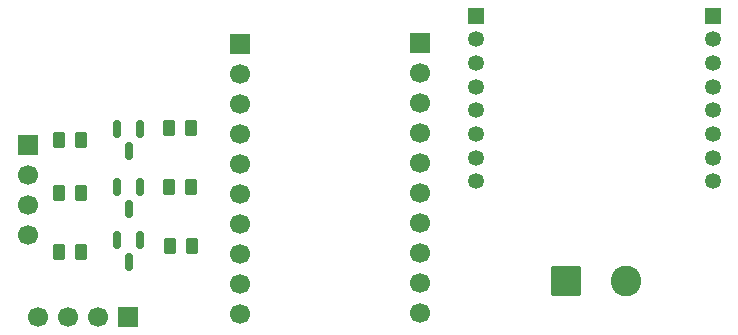
<source format=gbr>
%TF.GenerationSoftware,KiCad,Pcbnew,9.0.6*%
%TF.CreationDate,2025-12-05T15:02:41+01:00*%
%TF.ProjectId,KinderLight,4b696e64-6572-44c6-9967-68742e6b6963,rev?*%
%TF.SameCoordinates,Original*%
%TF.FileFunction,Soldermask,Top*%
%TF.FilePolarity,Negative*%
%FSLAX46Y46*%
G04 Gerber Fmt 4.6, Leading zero omitted, Abs format (unit mm)*
G04 Created by KiCad (PCBNEW 9.0.6) date 2025-12-05 15:02:41*
%MOMM*%
%LPD*%
G01*
G04 APERTURE LIST*
G04 Aperture macros list*
%AMRoundRect*
0 Rectangle with rounded corners*
0 $1 Rounding radius*
0 $2 $3 $4 $5 $6 $7 $8 $9 X,Y pos of 4 corners*
0 Add a 4 corners polygon primitive as box body*
4,1,4,$2,$3,$4,$5,$6,$7,$8,$9,$2,$3,0*
0 Add four circle primitives for the rounded corners*
1,1,$1+$1,$2,$3*
1,1,$1+$1,$4,$5*
1,1,$1+$1,$6,$7*
1,1,$1+$1,$8,$9*
0 Add four rect primitives between the rounded corners*
20,1,$1+$1,$2,$3,$4,$5,0*
20,1,$1+$1,$4,$5,$6,$7,0*
20,1,$1+$1,$6,$7,$8,$9,0*
20,1,$1+$1,$8,$9,$2,$3,0*%
G04 Aperture macros list end*
%ADD10C,1.700000*%
%ADD11R,1.700000X1.700000*%
%ADD12C,2.600000*%
%ADD13RoundRect,0.250000X-1.050000X-1.050000X1.050000X-1.050000X1.050000X1.050000X-1.050000X1.050000X0*%
%ADD14C,1.350000*%
%ADD15R,1.350000X1.350000*%
%ADD16RoundRect,0.250000X0.262500X0.450000X-0.262500X0.450000X-0.262500X-0.450000X0.262500X-0.450000X0*%
%ADD17RoundRect,0.150000X-0.150000X0.587500X-0.150000X-0.587500X0.150000X-0.587500X0.150000X0.587500X0*%
G04 APERTURE END LIST*
D10*
%TO.C,J8*%
X78500000Y-89580000D03*
X78500000Y-87040000D03*
X78500000Y-84500000D03*
D11*
X78500000Y-81960000D03*
%TD*%
D12*
%TO.C,J9*%
X129140000Y-93490000D03*
D13*
X124060000Y-93490000D03*
%TD*%
D14*
%TO.C,J2*%
X116500000Y-85000000D03*
X116500000Y-83000000D03*
X116500000Y-81000000D03*
X116500000Y-79000000D03*
X116500000Y-77000000D03*
X116500000Y-75000000D03*
X116500000Y-73000000D03*
D15*
X116500000Y-71000000D03*
%TD*%
D14*
%TO.C,J5*%
X136500000Y-85000000D03*
X136500000Y-83000000D03*
X136500000Y-81000000D03*
X136500000Y-79000000D03*
X136500000Y-77000000D03*
X136500000Y-75000000D03*
X136500000Y-73000000D03*
D15*
X136500000Y-71000000D03*
%TD*%
D11*
%TO.C,J4*%
X111760000Y-73340000D03*
D10*
X111760000Y-75880000D03*
X111760000Y-78420000D03*
X111760000Y-80960000D03*
X111760000Y-83500000D03*
X111760000Y-86040000D03*
X111760000Y-88580000D03*
X111760000Y-91120000D03*
X111760000Y-93660000D03*
X111760000Y-96200000D03*
%TD*%
D16*
%TO.C,R5*%
X83000000Y-86000000D03*
X81175000Y-86000000D03*
%TD*%
D11*
%TO.C,J3*%
X96520000Y-73380000D03*
D10*
X96520000Y-75920000D03*
X96520000Y-78460000D03*
X96520000Y-81000000D03*
X96520000Y-83540000D03*
X96520000Y-86080000D03*
X96520000Y-88620000D03*
X96520000Y-91160000D03*
X96520000Y-93700000D03*
X96520000Y-96240000D03*
%TD*%
D17*
%TO.C,Q1*%
X88000000Y-80562500D03*
X86100000Y-80562500D03*
X87050000Y-82437500D03*
%TD*%
%TO.C,Q2*%
X88000000Y-85500000D03*
X86100000Y-85500000D03*
X87050000Y-87375000D03*
%TD*%
D16*
%TO.C,R6*%
X83000000Y-91000000D03*
X81175000Y-91000000D03*
%TD*%
%TO.C,R2*%
X92325000Y-85500000D03*
X90500000Y-85500000D03*
%TD*%
D11*
%TO.C,J7*%
X87040000Y-96500000D03*
D10*
X84500000Y-96500000D03*
X81960000Y-96500000D03*
X79420000Y-96500000D03*
%TD*%
D16*
%TO.C,R4*%
X83000000Y-81500000D03*
X81175000Y-81500000D03*
%TD*%
%TO.C,R1*%
X92325000Y-80500000D03*
X90500000Y-80500000D03*
%TD*%
%TO.C,R3*%
X92412500Y-90500000D03*
X90587500Y-90500000D03*
%TD*%
D17*
%TO.C,Q3*%
X88000000Y-90000000D03*
X86100000Y-90000000D03*
X87050000Y-91875000D03*
%TD*%
M02*

</source>
